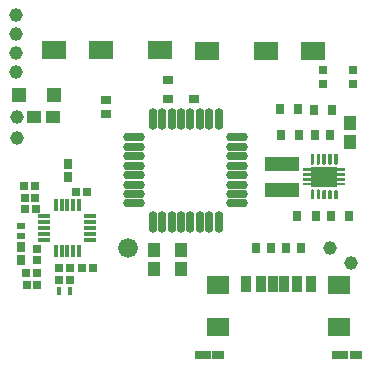
<source format=gts>
G04*
G04 #@! TF.GenerationSoftware,Altium Limited,Altium Designer,23.6.0 (18)*
G04*
G04 Layer_Color=8388736*
%FSLAX44Y44*%
%MOMM*%
G71*
G04*
G04 #@! TF.SameCoordinates,26645B5F-4E51-4842-B81F-BC902FA672D2*
G04*
G04*
G04 #@! TF.FilePolarity,Negative*
G04*
G01*
G75*
%ADD17R,1.2500X1.2200*%
%ADD18R,1.1581X1.0121*%
%ADD19R,0.7500X0.9000*%
%ADD23R,1.0121X1.1581*%
%ADD31R,0.4500X0.6750*%
%ADD34R,0.9000X0.7500*%
%ADD35R,0.8621X0.7350*%
%ADD38R,0.7350X0.8621*%
%ADD42R,0.8000X0.9000*%
%ADD43R,0.7565X0.8621*%
%ADD46C,0.2520*%
%ADD47C,1.5300*%
%ADD48R,0.7500X0.7700*%
%ADD49R,0.7500X0.8500*%
%ADD50R,0.8000X0.5000*%
%ADD51R,1.9500X1.6500*%
%ADD52R,1.9500X1.5000*%
%ADD53R,0.9500X1.3500*%
%ADD54R,0.9100X1.3500*%
%ADD55R,0.8500X1.3500*%
%ADD56R,0.6500X0.6500*%
%ADD57R,0.7700X0.7500*%
%ADD58R,1.0000X0.4500*%
%ADD59R,0.4500X1.0000*%
%ADD60O,1.8500X0.7500*%
%ADD61O,0.7500X1.8500*%
%ADD62R,1.4500X0.6500*%
%ADD63R,1.0200X0.6500*%
%ADD64R,2.8500X1.1500*%
%ADD65R,0.7200X0.7000*%
%ADD66R,2.1500X1.6500*%
%ADD67C,1.1500*%
%ADD68C,1.6740*%
G36*
X264843Y150440D02*
X265237Y150046D01*
X265450Y149532D01*
Y149253D01*
Y142153D01*
X262650D01*
Y149253D01*
Y149532D01*
X262863Y150046D01*
X263257Y150440D01*
X263771Y150653D01*
X264328D01*
X264843Y150440D01*
D02*
G37*
G36*
X269843D02*
X270237Y150046D01*
X270450Y149532D01*
Y149253D01*
Y142153D01*
X267650D01*
X267650Y149253D01*
Y149532D01*
X267863Y150046D01*
X268257Y150440D01*
X268771Y150653D01*
X269328D01*
X269843Y150440D01*
D02*
G37*
G36*
X274843D02*
X275237Y150046D01*
X275450Y149532D01*
Y149253D01*
Y142153D01*
X272650D01*
Y149253D01*
Y149532D01*
X272863Y150046D01*
X273257Y150440D01*
X273771Y150653D01*
X274328D01*
X274843Y150440D01*
D02*
G37*
G36*
X279843D02*
X280237Y150046D01*
X280450Y149532D01*
Y149253D01*
X280450D01*
Y142153D01*
X277650D01*
Y149253D01*
Y149532D01*
X277863Y150046D01*
X278257Y150440D01*
X278771Y150653D01*
X279328D01*
X279843Y150440D01*
D02*
G37*
G36*
X284843D02*
X285237Y150046D01*
X285450Y149532D01*
Y149253D01*
Y142153D01*
X282650D01*
Y149253D01*
Y149532D01*
X282863Y150046D01*
X283257Y150440D01*
X283771Y150653D01*
X284328D01*
X284843Y150440D01*
D02*
G37*
G36*
X285450Y173053D02*
Y172775D01*
X285237Y172260D01*
X284843Y171866D01*
X284328Y171653D01*
X283771D01*
X283257Y171866D01*
X282863Y172260D01*
X282650Y172775D01*
Y173053D01*
Y180153D01*
X285450D01*
Y173053D01*
D02*
G37*
G36*
X280450D02*
Y172775D01*
X280237Y172260D01*
X279843Y171866D01*
X279328Y171653D01*
X278771D01*
X278257Y171866D01*
X277863Y172260D01*
X277650Y172775D01*
Y173053D01*
Y180153D01*
X280450D01*
X280450Y173053D01*
D02*
G37*
G36*
X275450D02*
Y172775D01*
X275237Y172260D01*
X274843Y171866D01*
X274328Y171653D01*
X273771D01*
X273257Y171866D01*
X272863Y172260D01*
X272650Y172775D01*
Y173053D01*
Y180153D01*
X275450D01*
Y173053D01*
D02*
G37*
G36*
X270450D02*
Y172775D01*
X270237Y172260D01*
X269843Y171866D01*
X269328Y171653D01*
X268771D01*
X268257Y171866D01*
X267863Y172260D01*
X267650Y172775D01*
Y173053D01*
X267650D01*
Y180153D01*
X270450D01*
Y173053D01*
D02*
G37*
G36*
X265450D02*
Y172775D01*
X265237Y172260D01*
X264843Y171866D01*
X264328Y171653D01*
X263771D01*
X263257Y171866D01*
X262863Y172260D01*
X262650Y172775D01*
Y173053D01*
Y180153D01*
X265450D01*
Y173053D01*
D02*
G37*
G36*
X284800Y168403D02*
X291800D01*
Y165903D01*
X284800D01*
Y164403D01*
X291800D01*
Y161903D01*
X284800D01*
Y160403D01*
X291800D01*
Y157903D01*
X284800D01*
Y156403D01*
X291800D01*
Y153903D01*
X284800D01*
Y152653D01*
X263300D01*
Y153903D01*
X256300D01*
Y156403D01*
X263300D01*
Y157903D01*
X256300D01*
Y160403D01*
X263300D01*
Y161903D01*
X256300D01*
Y164403D01*
X263300D01*
Y165903D01*
X256300D01*
Y168403D01*
X263300D01*
Y169653D01*
X284800D01*
Y168403D01*
D02*
G37*
D17*
X45524Y230203D02*
D03*
X16024D02*
D03*
D18*
X28318Y211889D02*
D03*
X44858D02*
D03*
D19*
X279607Y128490D02*
D03*
X266916Y127947D02*
D03*
X251416D02*
D03*
X295106Y128490D02*
D03*
D23*
X152653Y99488D02*
D03*
Y82949D02*
D03*
X130400Y99538D02*
D03*
Y82998D02*
D03*
X295873Y190323D02*
D03*
Y206863D02*
D03*
D31*
X58842Y64384D02*
D03*
X49592D02*
D03*
D34*
X163827Y227376D02*
D03*
X142291Y242943D02*
D03*
Y227443D02*
D03*
D35*
X89046Y214264D02*
D03*
Y226572D02*
D03*
D38*
X216757Y100885D02*
D03*
X229065D02*
D03*
X241958Y101058D02*
D03*
X254266D02*
D03*
D42*
X252504Y196506D02*
D03*
X237505D02*
D03*
X251612Y218289D02*
D03*
X236613D02*
D03*
X280401Y217983D02*
D03*
X265401D02*
D03*
D43*
X279080Y196411D02*
D03*
X266063D02*
D03*
D46*
X274050Y143553D02*
D03*
X264050Y146403D02*
D03*
X269050D02*
D03*
X279050Y143553D02*
D03*
X284050D02*
D03*
Y175903D02*
D03*
X279050D02*
D03*
X274050Y178653D02*
D03*
X269050D02*
D03*
X264050D02*
D03*
D47*
X274050Y161154D02*
D03*
D48*
X20414Y143611D02*
D03*
X29614D02*
D03*
X21490Y79979D02*
D03*
X30690D02*
D03*
X20279Y153427D02*
D03*
X29478D02*
D03*
X22136Y70071D02*
D03*
X31336D02*
D03*
X49810Y74298D02*
D03*
X59010D02*
D03*
X73226Y148695D02*
D03*
X64026D02*
D03*
X78072Y84129D02*
D03*
X68872D02*
D03*
X58867Y84338D02*
D03*
X49667D02*
D03*
D49*
X17726Y102231D02*
D03*
Y91230D02*
D03*
X57226Y161446D02*
D03*
Y172446D02*
D03*
D50*
X17483Y119973D02*
D03*
Y111473D02*
D03*
D51*
X286743Y34028D02*
D03*
X184242D02*
D03*
D52*
X286743Y69828D02*
D03*
X184242D02*
D03*
D53*
X207992Y70578D02*
D03*
X262993D02*
D03*
D54*
X220292D02*
D03*
X250692D02*
D03*
D55*
X240492D02*
D03*
X230492D02*
D03*
D56*
X20975Y134099D02*
D03*
X29975D02*
D03*
D57*
X31210Y91086D02*
D03*
Y100286D02*
D03*
D58*
X76203Y108153D02*
D03*
Y113153D02*
D03*
Y118153D02*
D03*
Y123153D02*
D03*
Y128153D02*
D03*
X37202D02*
D03*
Y123153D02*
D03*
Y118153D02*
D03*
Y113153D02*
D03*
Y108153D02*
D03*
D59*
X66702Y137653D02*
D03*
X61703D02*
D03*
X56702D02*
D03*
X51703D02*
D03*
X46702D02*
D03*
Y98653D02*
D03*
X51703D02*
D03*
X56702D02*
D03*
X61703D02*
D03*
X66702D02*
D03*
D60*
X200354Y194702D02*
D03*
Y186702D02*
D03*
Y178702D02*
D03*
Y170702D02*
D03*
Y162701D02*
D03*
Y154701D02*
D03*
Y146701D02*
D03*
Y138702D02*
D03*
X113354D02*
D03*
Y146701D02*
D03*
Y154701D02*
D03*
Y162701D02*
D03*
Y170702D02*
D03*
Y178702D02*
D03*
Y186702D02*
D03*
Y194702D02*
D03*
D61*
X184854Y123202D02*
D03*
X176854D02*
D03*
X168854D02*
D03*
X160854D02*
D03*
X152854D02*
D03*
X144854D02*
D03*
X136854D02*
D03*
X128854D02*
D03*
Y210201D02*
D03*
X136854D02*
D03*
X144854D02*
D03*
X152854D02*
D03*
X160854D02*
D03*
X168854D02*
D03*
X176854D02*
D03*
X184854D02*
D03*
D62*
X171288Y10056D02*
D03*
X287803Y10125D02*
D03*
D63*
X184438Y10056D02*
D03*
X300953Y10125D02*
D03*
D64*
X238149Y150056D02*
D03*
Y172056D02*
D03*
D65*
X272840Y251613D02*
D03*
X298340D02*
D03*
X272840Y240012D02*
D03*
X298340D02*
D03*
D66*
X264949Y268194D02*
D03*
X44949Y268197D02*
D03*
X134949Y269020D02*
D03*
X84949Y268197D02*
D03*
X174949Y268194D02*
D03*
X224949D02*
D03*
D67*
X297101Y87912D02*
D03*
X279409Y100722D02*
D03*
X12858Y281866D02*
D03*
Y249875D02*
D03*
Y297862D02*
D03*
Y265871D02*
D03*
X13776Y211873D02*
D03*
X14280Y194065D02*
D03*
D68*
X107634Y100997D02*
D03*
M02*

</source>
